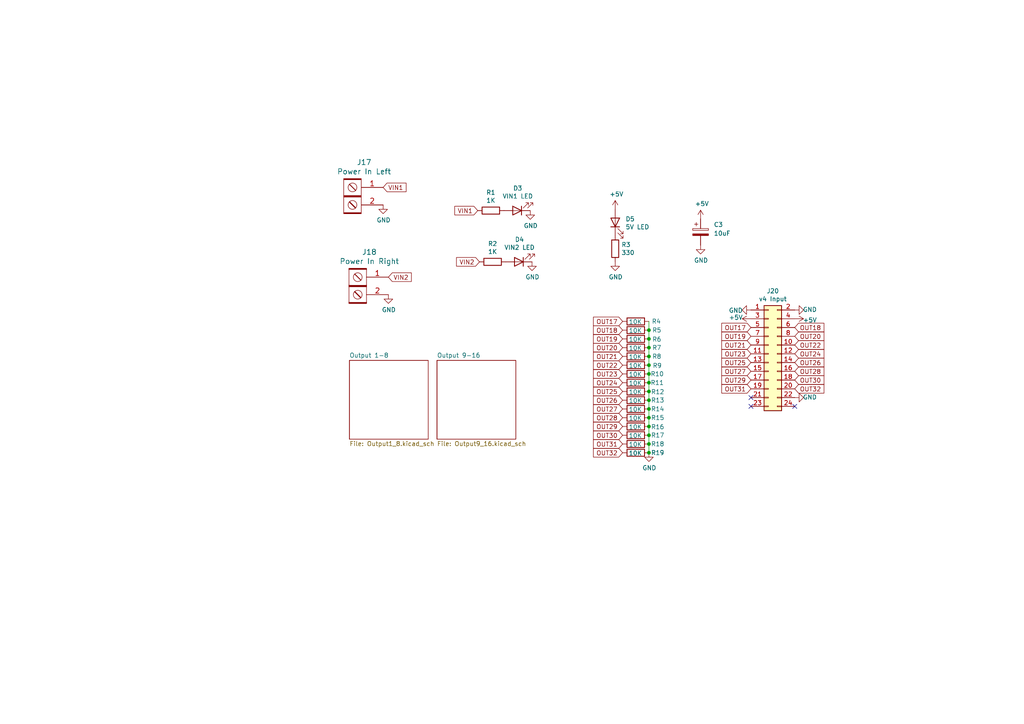
<source format=kicad_sch>
(kicad_sch (version 20211123) (generator eeschema)
  (paper "A4")
  (title_block (title "16 Expansion SMD 24pin") (date "2022-08-12") (rev "v3") (company "Scott Hanson"))
  (lib_symbols
    (symbol "Barrier_Blocks:BARRIER_BLOCK_1ROW_2POS" (pin_names (offset 1.016) hide)
      (property "Reference" "TB" (at 0.127 -6.731 0))
      (property "Value" "BARRIER_BLOCK_1ROW_2POS" (at 0.254 6.35 0))
      (symbol "BARRIER_BLOCK_1ROW_2POS_0_1"
        (rectangle (start -2.54 5.08) (end 2.54 -5.08))
        (circle (center 0 -2.54) (radius 1.27))
        (polyline (pts (xy -2.54 -4.699) (xy -2.54 -5.08) (xy 2.54 -5.08) (xy 2.54 -4.699)) (fill (type outline)))
        (polyline (pts (xy -2.54 0.254) (xy -2.54 -0.254) (xy 2.54 -0.254) (xy 2.54 0.254)) (fill (type outline)))
        (polyline (pts (xy -2.54 4.699) (xy -2.54 5.08) (xy 2.54 5.08) (xy 2.54 4.699)) (fill (type outline)))
        (polyline (pts (xy -0.8382 -3.5052) (xy -0.9652 -3.3782) (xy 0.8128 -1.6002) (xy 0.9652 -1.7018) (xy -0.8382 -3.5052)) (fill (type outline)))
        (polyline (pts (xy -0.8382 1.5748) (xy -0.9652 1.6764) (xy -0.0508 2.5908) (xy 0.8382 3.4798) (xy 0.9652 3.3528) (xy 0.9652 3.3528)) (fill (type outline)))
        (circle (center 0 2.54) (radius 1.27))
      )
      (symbol "BARRIER_BLOCK_1ROW_2POS_1_1"
        (pin passive line (at -8.89 2.54 0) (length 6.35) (name "P1") (number "1"))
        (pin passive line (at -8.89 -2.54 0) (length 6.35) (name "P2") (number "2"))
      )
    )
    (symbol "Connector_Generic:Conn_02x12_Odd_Even" (pin_names (offset 1.016) hide)
      (property "Reference" "J" (at 1.27 15.24 0))
      (property "Value" "Conn_02x12_Odd_Even" (at 1.27 -17.78 0))
      (symbol "Conn_02x12_Odd_Even_1_1"
        (rectangle (start -1.27 -15.113) (end 0 -15.367) (stroke (width 0.1524)))
        (rectangle (start -1.27 -12.573) (end 0 -12.827) (stroke (width 0.1524)))
        (rectangle (start -1.27 -10.033) (end 0 -10.287) (stroke (width 0.1524)))
        (rectangle (start -1.27 -7.493) (end 0 -7.747) (stroke (width 0.1524)))
        (rectangle (start -1.27 -4.953) (end 0 -5.207) (stroke (width 0.1524)))
        (rectangle (start -1.27 -2.413) (end 0 -2.667) (stroke (width 0.1524)))
        (rectangle (start -1.27 0.127) (end 0 -0.127) (stroke (width 0.1524)))
        (rectangle (start -1.27 2.667) (end 0 2.413) (stroke (width 0.1524)))
        (rectangle (start -1.27 5.207) (end 0 4.953) (stroke (width 0.1524)))
        (rectangle (start -1.27 7.747) (end 0 7.493) (stroke (width 0.1524)))
        (rectangle (start -1.27 10.287) (end 0 10.033) (stroke (width 0.1524)))
        (rectangle (start -1.27 12.827) (end 0 12.573) (stroke (width 0.1524)))
        (rectangle (start -1.27 13.97) (end 3.81 -16.51) (stroke (width 0.254)) (fill (type background)))
        (rectangle (start 3.81 -15.113) (end 2.54 -15.367) (stroke (width 0.1524)))
        (rectangle (start 3.81 -12.573) (end 2.54 -12.827) (stroke (width 0.1524)))
        (rectangle (start 3.81 -10.033) (end 2.54 -10.287) (stroke (width 0.1524)))
        (rectangle (start 3.81 -7.493) (end 2.54 -7.747) (stroke (width 0.1524)))
        (rectangle (start 3.81 -4.953) (end 2.54 -5.207) (stroke (width 0.1524)))
        (rectangle (start 3.81 -2.413) (end 2.54 -2.667) (stroke (width 0.1524)))
        (rectangle (start 3.81 0.127) (end 2.54 -0.127) (stroke (width 0.1524)))
        (rectangle (start 3.81 2.667) (end 2.54 2.413) (stroke (width 0.1524)))
        (rectangle (start 3.81 5.207) (end 2.54 4.953) (stroke (width 0.1524)))
        (rectangle (start 3.81 7.747) (end 2.54 7.493) (stroke (width 0.1524)))
        (rectangle (start 3.81 10.287) (end 2.54 10.033) (stroke (width 0.1524)))
        (rectangle (start 3.81 12.827) (end 2.54 12.573) (stroke (width 0.1524)))
        (pin passive line (at -5.08 12.7 0) (length 3.81) (name "Pin_1") (number "1"))
        (pin passive line (at 7.62 2.54 180) (length 3.81) (name "Pin_10") (number "10"))
        (pin passive line (at -5.08 0 0) (length 3.81) (name "Pin_11") (number "11"))
        (pin passive line (at 7.62 0 180) (length 3.81) (name "Pin_12") (number "12"))
        (pin passive line (at -5.08 -2.54 0) (length 3.81) (name "Pin_13") (number "13"))
        (pin passive line (at 7.62 -2.54 180) (length 3.81) (name "Pin_14") (number "14"))
        (pin passive line (at -5.08 -5.08 0) (length 3.81) (name "Pin_15") (number "15"))
        (pin passive line (at 7.62 -5.08 180) (length 3.81) (name "Pin_16") (number "16"))
        (pin passive line (at -5.08 -7.62 0) (length 3.81) (name "Pin_17") (number "17"))
        (pin passive line (at 7.62 -7.62 180) (length 3.81) (name "Pin_18") (number "18"))
        (pin passive line (at -5.08 -10.16 0) (length 3.81) (name "Pin_19") (number "19"))
        (pin passive line (at 7.62 12.7 180) (length 3.81) (name "Pin_2") (number "2"))
        (pin passive line (at 7.62 -10.16 180) (length 3.81) (name "Pin_20") (number "20"))
        (pin passive line (at -5.08 -12.7 0) (length 3.81) (name "Pin_21") (number "21"))
        (pin passive line (at 7.62 -12.7 180) (length 3.81) (name "Pin_22") (number "22"))
        (pin passive line (at -5.08 -15.24 0) (length 3.81) (name "Pin_23") (number "23"))
        (pin passive line (at 7.62 -15.24 180) (length 3.81) (name "Pin_24") (number "24"))
        (pin passive line (at -5.08 10.16 0) (length 3.81) (name "Pin_3") (number "3"))
        (pin passive line (at 7.62 10.16 180) (length 3.81) (name "Pin_4") (number "4"))
        (pin passive line (at -5.08 7.62 0) (length 3.81) (name "Pin_5") (number "5"))
        (pin passive line (at 7.62 7.62 180) (length 3.81) (name "Pin_6") (number "6"))
        (pin passive line (at -5.08 5.08 0) (length 3.81) (name "Pin_7") (number "7"))
        (pin passive line (at 7.62 5.08 180) (length 3.81) (name "Pin_8") (number "8"))
        (pin passive line (at -5.08 2.54 0) (length 3.81) (name "Pin_9") (number "9"))
      )
    )
    (symbol "Device:C_Polarized" (pin_numbers hide) (pin_names (offset 0.254))
      (property "Reference" "C" (at 0.635 2.54 0))
      (property "Value" "C_Polarized" (at 0.635 -2.54 0))
      (symbol "C_Polarized_0_1"
        (rectangle (start -2.286 0.508) (end 2.286 1.016))
        (polyline (pts (xy -1.778 2.286) (xy -0.762 2.286)))
        (polyline (pts (xy -1.27 2.794) (xy -1.27 1.778)))
        (rectangle (start 2.286 -0.508) (end -2.286 -1.016) (fill (type outline)))
      )
      (symbol "C_Polarized_1_1"
        (pin passive line (at 0 3.81 270) (length 2.794) (name "~") (number "1"))
        (pin passive line (at 0 -3.81 90) (length 2.794) (name "~") (number "2"))
      )
    )
    (symbol "Device:LED" (pin_numbers hide) (pin_names (offset 1.016) hide)
      (property "Reference" "D" (at 0 2.54 0))
      (property "Value" "LED" (at 0 -2.54 0))
      (symbol "LED_0_1"
        (polyline (pts (xy -1.27 -1.27) (xy -1.27 1.27)) (stroke (width 0.254)))
        (polyline (pts (xy -1.27 0) (xy 1.27 0)))
        (polyline (pts (xy 1.27 -1.27) (xy 1.27 1.27) (xy -1.27 0) (xy 1.27 -1.27)) (stroke (width 0.254)))
        (polyline (pts (xy -3.048 -0.762) (xy -4.572 -2.286) (xy -3.81 -2.286) (xy -4.572 -2.286) (xy -4.572 -1.524)))
        (polyline (pts (xy -1.778 -0.762) (xy -3.302 -2.286) (xy -2.54 -2.286) (xy -3.302 -2.286) (xy -3.302 -1.524)))
      )
      (symbol "LED_1_1"
        (pin passive line (at -3.81 0 0) (length 2.54) (name "K") (number "1"))
        (pin passive line (at 3.81 0 180) (length 2.54) (name "A") (number "2"))
      )
    )
    (symbol "Device:R" (pin_numbers hide) (pin_names (offset 0))
      (property "Reference" "R" (at 2.032 0 90))
      (property "Value" "R" (at 0 0 90))
      (symbol "R_0_1"
        (rectangle (start -1.016 -2.54) (end 1.016 2.54) (stroke (width 0.254)))
      )
      (symbol "R_1_1"
        (pin passive line (at 0 3.81 270) (length 1.27) (name "~") (number "1"))
        (pin passive line (at 0 -3.81 90) (length 1.27) (name "~") (number "2"))
      )
    )
    (symbol "power:+5V" (power) (pin_names (offset 0))
      (property "Value" "+5V" (at 0 3.556 0))
      (symbol "+5V_0_1"
        (polyline (pts (xy -0.762 1.27) (xy 0 2.54)))
        (polyline (pts (xy 0 0) (xy 0 2.54)))
        (polyline (pts (xy 0 2.54) (xy 0.762 1.27)))
      )
      (symbol "+5V_1_1"
        (pin power_in line (at 0 0 90) (length 0) hide (name "+5V") (number "1"))
      )
    )
    (symbol "power:GND" (power) (pin_names (offset 0))
      (property "Value" "GND" (at 0 -3.81 0))
      (symbol "GND_0_1"
        (polyline (pts (xy 0 0) (xy 0 -1.27) (xy 1.27 -1.27) (xy 0 -2.54) (xy -1.27 -1.27) (xy 0 -1.27)))
      )
      (symbol "GND_1_1"
        (pin power_in line (at 0 0 270) (length 0) hide (name "GND") (number "1"))
      )
    )
  )
  (junction (at 188.214 121.158))
  (junction (at 188.214 126.238))
  (junction (at 188.214 113.538))
  (junction (at 188.214 95.758))
  (junction (at 188.214 103.378))
  (junction (at 188.214 118.618))
  (junction (at 188.214 128.778))
  (junction (at 188.214 116.078))
  (junction (at 188.214 123.698))
  (junction (at 188.214 100.838))
  (junction (at 188.214 98.298))
  (junction (at 188.214 105.918))
  (junction (at 188.214 110.998))
  (junction (at 188.214 131.318))
  (junction (at 188.214 108.458))
  (no_connect (at 217.805 115.316))
  (no_connect (at 230.505 117.856))
  (no_connect (at 217.805 117.856))
  (wire (pts (xy 188.214 123.698) (xy 188.214 126.238)))
  (wire (pts (xy 188.214 103.378) (xy 188.214 105.918)))
  (wire (pts (xy 188.214 116.078) (xy 188.214 118.618)))
  (wire (pts (xy 188.214 95.758) (xy 188.214 98.298)))
  (wire (pts (xy 188.214 110.998) (xy 188.214 113.538)))
  (wire (pts (xy 188.214 118.618) (xy 188.214 121.158)))
  (wire (pts (xy 188.214 126.238) (xy 188.214 128.778)))
  (wire (pts (xy 188.214 108.458) (xy 188.214 110.998)))
  (wire (pts (xy 188.214 105.918) (xy 188.214 108.458)))
  (wire (pts (xy 188.214 100.838) (xy 188.214 103.378)))
  (wire (pts (xy 188.214 113.538) (xy 188.214 116.078)))
  (wire (pts (xy 188.214 128.778) (xy 188.214 131.318)))
  (wire (pts (xy 188.214 121.158) (xy 188.214 123.698)))
  (wire (pts (xy 188.214 93.218) (xy 188.214 95.758)))
  (wire (pts (xy 188.214 98.298) (xy 188.214 100.838)))
  (global_label "OUT24" (shape input) (at 180.594 110.998 180) (property "Intersheet References" "${INTERSHEET_REFS}" (effects hide)))
  (global_label "OUT20" (shape input) (at 230.505 97.536 0) (property "Intersheet References" "${INTERSHEET_REFS}" (effects hide)))
  (global_label "OUT29" (shape input) (at 180.594 123.698 180) (property "Intersheet References" "${INTERSHEET_REFS}" (effects hide)))
  (global_label "OUT18" (shape input) (at 230.505 94.996 0) (property "Intersheet References" "${INTERSHEET_REFS}" (effects hide)))
  (global_label "VIN2" (shape input) (at 112.649 80.391 0) (property "Intersheet References" "${INTERSHEET_REFS}" (effects hide)))
  (global_label "OUT27" (shape input) (at 217.805 107.696 180) (property "Intersheet References" "${INTERSHEET_REFS}" (effects hide)))
  (global_label "OUT32" (shape input) (at 230.505 112.776 0) (property "Intersheet References" "${INTERSHEET_REFS}" (effects hide)))
  (global_label "OUT17" (shape input) (at 180.594 93.218 180) (property "Intersheet References" "${INTERSHEET_REFS}" (effects hide)))
  (global_label "OUT21" (shape input) (at 217.805 100.076 180) (property "Intersheet References" "${INTERSHEET_REFS}" (effects hide)))
  (global_label "OUT31" (shape input) (at 180.594 128.778 180) (property "Intersheet References" "${INTERSHEET_REFS}" (effects hide)))
  (global_label "OUT30" (shape input) (at 230.505 110.236 0) (property "Intersheet References" "${INTERSHEET_REFS}" (effects hide)))
  (global_label "VIN2" (shape input) (at 139.065 75.946 180) (property "Intersheet References" "${INTERSHEET_REFS}" (effects hide)))
  (global_label "OUT27" (shape input) (at 180.594 118.618 180) (property "Intersheet References" "${INTERSHEET_REFS}" (effects hide)))
  (global_label "OUT19" (shape input) (at 180.594 98.298 180) (property "Intersheet References" "${INTERSHEET_REFS}" (effects hide)))
  (global_label "OUT25" (shape input) (at 180.594 113.538 180) (property "Intersheet References" "${INTERSHEET_REFS}" (effects hide)))
  (global_label "OUT32" (shape input) (at 180.594 131.318 180) (property "Intersheet References" "${INTERSHEET_REFS}" (effects hide)))
  (global_label "OUT21" (shape input) (at 180.594 103.378 180) (property "Intersheet References" "${INTERSHEET_REFS}" (effects hide)))
  (global_label "OUT26" (shape input) (at 180.594 116.078 180) (property "Intersheet References" "${INTERSHEET_REFS}" (effects hide)))
  (global_label "OUT22" (shape input) (at 180.594 105.918 180) (property "Intersheet References" "${INTERSHEET_REFS}" (effects hide)))
  (global_label "OUT28" (shape input) (at 180.594 121.158 180) (property "Intersheet References" "${INTERSHEET_REFS}" (effects hide)))
  (global_label "OUT18" (shape input) (at 180.594 95.758 180) (property "Intersheet References" "${INTERSHEET_REFS}" (effects hide)))
  (global_label "OUT25" (shape input) (at 217.805 105.156 180) (property "Intersheet References" "${INTERSHEET_REFS}" (effects hide)))
  (global_label "OUT23" (shape input) (at 180.594 108.458 180) (property "Intersheet References" "${INTERSHEET_REFS}" (effects hide)))
  (global_label "OUT20" (shape input) (at 180.594 100.838 180) (property "Intersheet References" "${INTERSHEET_REFS}" (effects hide)))
  (global_label "OUT22" (shape input) (at 230.505 100.076 0) (property "Intersheet References" "${INTERSHEET_REFS}" (effects hide)))
  (global_label "OUT29" (shape input) (at 217.805 110.236 180) (property "Intersheet References" "${INTERSHEET_REFS}" (effects hide)))
  (global_label "OUT26" (shape input) (at 230.505 105.156 0) (property "Intersheet References" "${INTERSHEET_REFS}" (effects hide)))
  (global_label "OUT17" (shape input) (at 217.805 94.996 180) (property "Intersheet References" "${INTERSHEET_REFS}" (effects hide)))
  (global_label "OUT24" (shape input) (at 230.505 102.616 0) (property "Intersheet References" "${INTERSHEET_REFS}" (effects hide)))
  (global_label "OUT19" (shape input) (at 217.805 97.536 180) (property "Intersheet References" "${INTERSHEET_REFS}" (effects hide)))
  (global_label "OUT28" (shape input) (at 230.505 107.696 0) (property "Intersheet References" "${INTERSHEET_REFS}" (effects hide)))
  (global_label "OUT30" (shape input) (at 180.594 126.238 180) (property "Intersheet References" "${INTERSHEET_REFS}" (effects hide)))
  (global_label "OUT23" (shape input) (at 217.805 102.616 180) (property "Intersheet References" "${INTERSHEET_REFS}" (effects hide)))
  (global_label "VIN1" (shape input) (at 111.125 54.356 0) (property "Intersheet References" "${INTERSHEET_REFS}" (effects hide)))
  (global_label "VIN1" (shape input) (at 138.557 61.087 180) (property "Intersheet References" "${INTERSHEET_REFS}" (effects hide)))
  (global_label "OUT31" (shape input) (at 217.805 112.776 180) (property "Intersheet References" "${INTERSHEET_REFS}" (effects hide)))
  (symbol (lib_id "power:GND") (at 111.125 59.436 0) (unit 1)
    (property "Reference" "#PWR04" (effects hide))
    (property "Value" "GND" (at 111.252 63.8302 0))
  )
  (symbol (lib_id "power:GND") (at 112.649 85.471 0) (unit 1)
    (property "Reference" "#PWR02" (effects hide))
    (property "Value" "GND" (at 112.776 89.8652 0))
  )
  (symbol (lib_id "Device:LED") (at 149.987 61.087 180) (unit 1)
    (property "Reference" "D3" (at 150.1648 54.61 0))
    (property "Value" "VIN1 LED" (at 150.1648 56.9214 0))
    (property "Footprint" "LED_SMD:LED_0805_2012Metric_Pad1.15x1.40mm_HandSolder" (effects hide))
    (property "Digi-Key_PN" "732-4986-1-ND" (effects hide))
    (property "MPN" "150080VS75000" (effects hide))
    (property "LCSC" "C2297" (effects hide))
  )
  (symbol (lib_id "Device:LED") (at 150.495 75.946 180) (unit 1)
    (property "Reference" "D4" (at 150.6728 69.469 0))
    (property "Value" "VIN2 LED" (at 150.6728 71.7804 0))
    (property "Footprint" "LED_SMD:LED_0805_2012Metric_Pad1.15x1.40mm_HandSolder" (effects hide))
    (property "Digi-Key_PN" "732-4986-1-ND" (effects hide))
    (property "MPN" "150080VS75000" (effects hide))
    (property "LCSC" "C2297" (effects hide))
  )
  (symbol (lib_id "Device:R") (at 142.367 61.087 270) (unit 1)
    (property "Reference" "R1" (at 142.367 55.8292 90))
    (property "Value" "1K" (at 142.367 58.1406 90))
    (property "Footprint" "Resistor_SMD:R_0805_2012Metric_Pad1.15x1.40mm_HandSolder" (effects hide))
    (property "Digi-Key_PN" "311-1.00KCRCT-ND" (effects hide))
    (property "MPN" "RC0805FR-071KL" (effects hide))
    (property "LCSC" "C17513" (effects hide))
  )
  (symbol (lib_id "Device:R") (at 142.875 75.946 270) (unit 1)
    (property "Reference" "R2" (at 142.875 70.6882 90))
    (property "Value" "1K" (at 142.875 72.9996 90))
    (property "Footprint" "Resistor_SMD:R_0805_2012Metric_Pad1.15x1.40mm_HandSolder" (effects hide))
    (property "Digi-Key_PN" "311-1.00KCRCT-ND" (effects hide))
    (property "MPN" "RC0805FR-071KL" (effects hide))
    (property "LCSC" "C17513" (effects hide))
  )
  (symbol (lib_id "power:GND") (at 153.797 61.087 0) (unit 1)
    (property "Reference" "#PWR0111" (effects hide))
    (property "Value" "GND" (at 153.924 65.4812 0))
  )
  (symbol (lib_id "power:GND") (at 154.305 75.946 0) (unit 1)
    (property "Reference" "#PWR0112" (effects hide))
    (property "Value" "GND" (at 154.432 80.3402 0))
  )
  (symbol (lib_id "Device:R") (at 178.435 72.136 180) (unit 1)
    (property "Reference" "R3" (at 180.213 70.9676 0) (effects (justify right)))
    (property "Value" "330" (at 180.213 73.279 0) (effects (justify right)))
    (property "Footprint" "Resistor_SMD:R_0805_2012Metric_Pad1.15x1.40mm_HandSolder" (effects hide))
    (property "Digi-Key_PN" "311-330CRCT-ND" (effects hide))
    (property "MPN" "RC0805FR-07330RL" (effects hide))
    (property "LCSC" "C17630" (effects hide))
  )
  (symbol (lib_id "Device:LED") (at 178.435 64.516 90) (unit 1)
    (property "Reference" "D5" (at 181.4068 63.5254 90) (effects (justify right)))
    (property "Value" "5V LED" (at 181.4068 65.8368 90) (effects (justify right)))
    (property "Footprint" "LED_SMD:LED_0805_2012Metric_Pad1.15x1.40mm_HandSolder" (effects hide))
    (property "Digi-Key_PN" "732-4986-1-ND" (effects hide))
    (property "MPN" "150080VS75000" (effects hide))
    (property "LCSC" "C2297" (effects hide))
  )
  (symbol (lib_id "power:+5V") (at 178.435 60.706 0) (unit 1)
    (property "Reference" "#PWR040" (effects hide))
    (property "Value" "+5V" (at 178.816 56.3118 0))
  )
  (symbol (lib_id "power:GND") (at 178.435 75.946 0) (unit 1)
    (property "Reference" "#PWR052" (effects hide))
    (property "Value" "GND" (at 178.562 80.3402 0))
  )
  (symbol (lib_id "Barrier_Blocks:BARRIER_BLOCK_1ROW_2POS") (at 102.235 56.896 0) (mirror y) (unit 1)
    (property "Reference" "J17" (at 105.6132 47.0662 0) (effects (font (size 1.524 1.524))))
    (property "Value" "Power In Left" (at 105.6132 49.7586 0) (effects (font (size 1.524 1.524))))
    (property "Footprint" "Barrier_Blocks:BARRIER_BLOCK_1ROW_2POS_P9.5MM" (effects hide))
    (property "Digi-Key_PN" "ED2953-ND" (effects hide))
    (property "MPN" "OSTYK51102030" (effects hide))
  )
  (symbol (lib_id "Barrier_Blocks:BARRIER_BLOCK_1ROW_2POS") (at 103.759 82.931 0) (mirror y) (unit 1)
    (property "Reference" "J18" (at 107.1372 73.1012 0) (effects (font (size 1.524 1.524))))
    (property "Value" "Power In Right" (at 107.1372 75.7936 0) (effects (font (size 1.524 1.524))))
    (property "Footprint" "Barrier_Blocks:BARRIER_BLOCK_1ROW_2POS_P9.5MM" (effects hide))
    (property "Digi-Key_PN" "ED2953-ND" (effects hide))
    (property "MPN" "OSTYK51102030" (effects hide))
  )
  (symbol (lib_id "Connector_Generic:Conn_02x12_Odd_Even") (at 222.885 102.616 0) (unit 1)
    (property "Reference" "J20" (at 224.155 84.4042 0))
    (property "Value" "v4 Input" (at 224.155 86.7156 0))
    (property "Footprint" "302-S241:OST_302-S241" (effects hide))
    (property "Digi-Key_PN" "ED10525-ND" (effects hide))
    (property "MPN" "302-S241" (effects hide))
  )
  (symbol (lib_id "power:GND") (at 230.505 89.916 90) (unit 1)
    (property "Reference" "#PWR0104" (effects hide))
    (property "Value" "GND" (at 234.8992 89.789 90))
  )
  (symbol (lib_id "power:GND") (at 217.805 89.916 270) (unit 1)
    (property "Reference" "#PWR0108" (effects hide))
    (property "Value" "GND" (at 213.4108 90.043 90))
  )
  (symbol (lib_id "power:+5V") (at 230.505 92.456 270) (unit 1)
    (property "Reference" "#PWR0109" (effects hide))
    (property "Value" "+5V" (at 234.8992 92.837 90))
  )
  (symbol (lib_id "power:+5V") (at 217.805 92.456 90) (unit 1)
    (property "Reference" "#PWR0113" (effects hide))
    (property "Value" "+5V" (at 213.4108 92.075 90))
  )
  (symbol (lib_id "power:GND") (at 230.505 115.316 90) (unit 1)
    (property "Reference" "#PWR0114" (effects hide))
    (property "Value" "GND" (at 234.8992 115.189 90))
  )
  (symbol (lib_id "Device:R") (at 184.404 100.838 90) (unit 1)
    (property "Reference" "R7" (at 190.5 100.838 90))
    (property "Value" "10K" (at 184.277 100.965 90))
    (property "Footprint" "Resistor_SMD:R_0603_1608Metric_Pad0.98x0.95mm_HandSolder" (effects hide))
    (property "Digi-Key_PN" "311-10.0KHRCT-ND" (effects hide))
    (property "LCSC" "C25804" (effects hide))
    (property "MPN" "RC0603FR-0710KL" (effects hide))
  )
  (symbol (lib_id "Device:R") (at 184.404 105.918 90) (unit 1)
    (property "Reference" "R9" (at 190.627 106.045 90))
    (property "Value" "10K" (at 184.277 106.045 90))
    (property "Footprint" "Resistor_SMD:R_0603_1608Metric_Pad0.98x0.95mm_HandSolder" (effects hide))
    (property "Digi-Key_PN" "311-10.0KHRCT-ND" (effects hide))
    (property "LCSC" "C25804" (effects hide))
    (property "MPN" "RC0603FR-0710KL" (effects hide))
  )
  (symbol (lib_id "Device:R") (at 184.404 110.998 90) (unit 1)
    (property "Reference" "R11" (at 190.627 110.998 90))
    (property "Value" "10K" (at 184.277 111.125 90))
    (property "Footprint" "Resistor_SMD:R_0603_1608Metric_Pad0.98x0.95mm_HandSolder" (effects hide))
    (property "Digi-Key_PN" "311-10.0KHRCT-ND" (effects hide))
    (property "LCSC" "C25804" (effects hide))
    (property "MPN" "RC0603FR-0710KL" (effects hide))
  )
  (symbol (lib_id "power:GND") (at 203.2 71.12 0) (unit 1)
    (property "Reference" "#PWR03" (effects hide))
    (property "Value" "GND" (at 203.327 75.5142 0))
  )
  (symbol (lib_id "Device:R") (at 184.404 98.298 90) (unit 1)
    (property "Reference" "R6" (at 190.5 98.425 90))
    (property "Value" "10K" (at 184.277 98.425 90))
    (property "Footprint" "Resistor_SMD:R_0603_1608Metric_Pad0.98x0.95mm_HandSolder" (effects hide))
    (property "Digi-Key_PN" "311-10.0KHRCT-ND" (effects hide))
    (property "LCSC" "C25804" (effects hide))
    (property "MPN" "RC0603FR-0710KL" (effects hide))
  )
  (symbol (lib_id "Device:R") (at 184.404 116.078 90) (unit 1)
    (property "Reference" "R13" (at 190.754 116.078 90))
    (property "Value" "10K" (at 184.277 116.205 90))
    (property "Footprint" "Resistor_SMD:R_0603_1608Metric_Pad0.98x0.95mm_HandSolder" (effects hide))
    (property "Digi-Key_PN" "311-10.0KHRCT-ND" (effects hide))
    (property "LCSC" "C25804" (effects hide))
    (property "MPN" "RC0603FR-0710KL" (effects hide))
  )
  (symbol (lib_id "Device:R") (at 184.404 118.618 90) (unit 1)
    (property "Reference" "R14" (at 190.754 118.618 90))
    (property "Value" "10K" (at 184.277 118.745 90))
    (property "Footprint" "Resistor_SMD:R_0603_1608Metric_Pad0.98x0.95mm_HandSolder" (effects hide))
    (property "Digi-Key_PN" "311-10.0KHRCT-ND" (effects hide))
    (property "LCSC" "C25804" (effects hide))
    (property "MPN" "RC0603FR-0710KL" (effects hide))
  )
  (symbol (lib_id "Device:R") (at 184.404 131.318 90) (unit 1)
    (property "Reference" "R19" (at 190.754 131.318 90))
    (property "Value" "10K" (at 184.277 131.445 90))
    (property "Footprint" "Resistor_SMD:R_0603_1608Metric_Pad0.98x0.95mm_HandSolder" (effects hide))
    (property "Digi-Key_PN" "311-10.0KHRCT-ND" (effects hide))
    (property "LCSC" "C25804" (effects hide))
    (property "MPN" "RC0603FR-0710KL" (effects hide))
  )
  (symbol (lib_id "Device:R") (at 184.404 121.158 90) (unit 1)
    (property "Reference" "R15" (at 190.754 121.158 90))
    (property "Value" "10K" (at 184.277 121.285 90))
    (property "Footprint" "Resistor_SMD:R_0603_1608Metric_Pad0.98x0.95mm_HandSolder" (effects hide))
    (property "Digi-Key_PN" "311-10.0KHRCT-ND" (effects hide))
    (property "LCSC" "C25804" (effects hide))
    (property "MPN" "RC0603FR-0710KL" (effects hide))
  )
  (symbol (lib_id "power:GND") (at 188.214 131.318 0) (unit 1)
    (property "Reference" "#PWR05" (effects hide))
    (property "Value" "GND" (at 188.341 135.7122 0))
  )
  (symbol (lib_id "Device:R") (at 184.404 113.538 90) (unit 1)
    (property "Reference" "R12" (at 190.754 113.665 90))
    (property "Value" "10K" (at 184.277 113.665 90))
    (property "Footprint" "Resistor_SMD:R_0603_1608Metric_Pad0.98x0.95mm_HandSolder" (effects hide))
    (property "Digi-Key_PN" "311-10.0KHRCT-ND" (effects hide))
    (property "LCSC" "C25804" (effects hide))
    (property "MPN" "RC0603FR-0710KL" (effects hide))
  )
  (symbol (lib_id "Device:R") (at 184.404 123.698 90) (unit 1)
    (property "Reference" "R16" (at 190.754 123.825 90))
    (property "Value" "10K" (at 184.277 123.825 90))
    (property "Footprint" "Resistor_SMD:R_0603_1608Metric_Pad0.98x0.95mm_HandSolder" (effects hide))
    (property "Digi-Key_PN" "311-10.0KHRCT-ND" (effects hide))
    (property "LCSC" "C25804" (effects hide))
    (property "MPN" "RC0603FR-0710KL" (effects hide))
  )
  (symbol (lib_id "Device:R") (at 184.404 95.758 90) (unit 1)
    (property "Reference" "R5" (at 190.5 95.758 90))
    (property "Value" "10K" (at 184.277 95.885 90))
    (property "Footprint" "Resistor_SMD:R_0603_1608Metric_Pad0.98x0.95mm_HandSolder" (effects hide))
    (property "Digi-Key_PN" "311-10.0KHRCT-ND" (effects hide))
    (property "LCSC" "C25804" (effects hide))
    (property "MPN" "RC0603FR-0710KL" (effects hide))
  )
  (symbol (lib_id "Device:R") (at 184.404 126.238 90) (unit 1)
    (property "Reference" "R17" (at 190.754 126.238 90))
    (property "Value" "10K" (at 184.277 126.365 90))
    (property "Footprint" "Resistor_SMD:R_0603_1608Metric_Pad0.98x0.95mm_HandSolder" (effects hide))
    (property "Digi-Key_PN" "311-10.0KHRCT-ND" (effects hide))
    (property "LCSC" "C25804" (effects hide))
    (property "MPN" "RC0603FR-0710KL" (effects hide))
  )
  (symbol (lib_id "Device:R") (at 184.404 103.378 90) (unit 1)
    (property "Reference" "R8" (at 190.5 103.378 90))
    (property "Value" "10K" (at 184.277 103.505 90))
    (property "Footprint" "Resistor_SMD:R_0603_1608Metric_Pad0.98x0.95mm_HandSolder" (effects hide))
    (property "Digi-Key_PN" "311-10.0KHRCT-ND" (effects hide))
    (property "LCSC" "C25804" (effects hide))
    (property "MPN" "RC0603FR-0710KL" (effects hide))
  )
  (symbol (lib_id "Device:R") (at 184.404 128.778 90) (unit 1)
    (property "Reference" "R18" (at 190.754 128.778 90))
    (property "Value" "10K" (at 184.277 128.905 90))
    (property "Footprint" "Resistor_SMD:R_0603_1608Metric_Pad0.98x0.95mm_HandSolder" (effects hide))
    (property "Digi-Key_PN" "311-10.0KHRCT-ND" (effects hide))
    (property "LCSC" "C25804" (effects hide))
    (property "MPN" "RC0603FR-0710KL" (effects hide))
  )
  (symbol (lib_id "Device:C_Polarized") (at 203.2 67.31 0) (unit 1)
    (property "Reference" "C3" (at 207.01 65.1509 0) (effects (justify left)))
    (property "Value" "10uF" (at 207.01 67.6909 0) (effects (justify left)))
    (property "Footprint" "Capacitor_SMD:CP_Elec_4x5.3" (effects hide))
    (property "LCSC" "C72485" (effects hide))
    (property "Digi-Key_PN" "493-2173-1-ND" (effects hide))
    (property "MPN" "UWT1C100MCL1GB" (effects hide))
  )
  (symbol (lib_id "Device:R") (at 184.404 108.458 90) (unit 1)
    (property "Reference" "R10" (at 190.627 108.458 90))
    (property "Value" "10K" (at 184.277 108.585 90))
    (property "Footprint" "Resistor_SMD:R_0603_1608Metric_Pad0.98x0.95mm_HandSolder" (effects hide))
    (property "Digi-Key_PN" "311-10.0KHRCT-ND" (effects hide))
    (property "LCSC" "C25804" (effects hide))
    (property "MPN" "RC0603FR-0710KL" (effects hide))
  )
  (symbol (lib_id "Device:R") (at 184.404 93.218 90) (unit 1)
    (property "Reference" "R4" (at 190.373 93.218 90))
    (property "Value" "10K" (at 184.277 93.345 90))
    (property "Footprint" "Resistor_SMD:R_0603_1608Metric_Pad0.98x0.95mm_HandSolder" (effects hide))
    (property "Digi-Key_PN" "311-10.0KHRCT-ND" (effects hide))
    (property "LCSC" "C25804" (effects hide))
    (property "MPN" "RC0603FR-0710KL" (effects hide))
  )
  (symbol (lib_id "power:+5V") (at 203.2 63.5 0) (unit 1)
    (property "Reference" "#PWR01" (effects hide))
    (property "Value" "+5V" (at 203.581 59.1058 0))
  )
  (sheet (at 101.346 104.521) (size 22.86 22.86)
    (property "Sheet name" "Output 1-8" (at 101.346 103.8094 0) (effects (justify left bottom)))
    (property "Sheet file" "Output1_8.kicad_sch" (at 101.346 127.9656 0) (effects (justify left top)))
  )
  (sheet (at 126.746 104.521) (size 22.86 22.86)
    (property "Sheet name" "Output 9-16" (at 126.746 103.8094 0) (effects (justify left bottom)))
    (property "Sheet file" "Output9_16.kicad_sch" (at 126.746 127.9656 0) (effects (justify left top)))
  )
)
</source>
